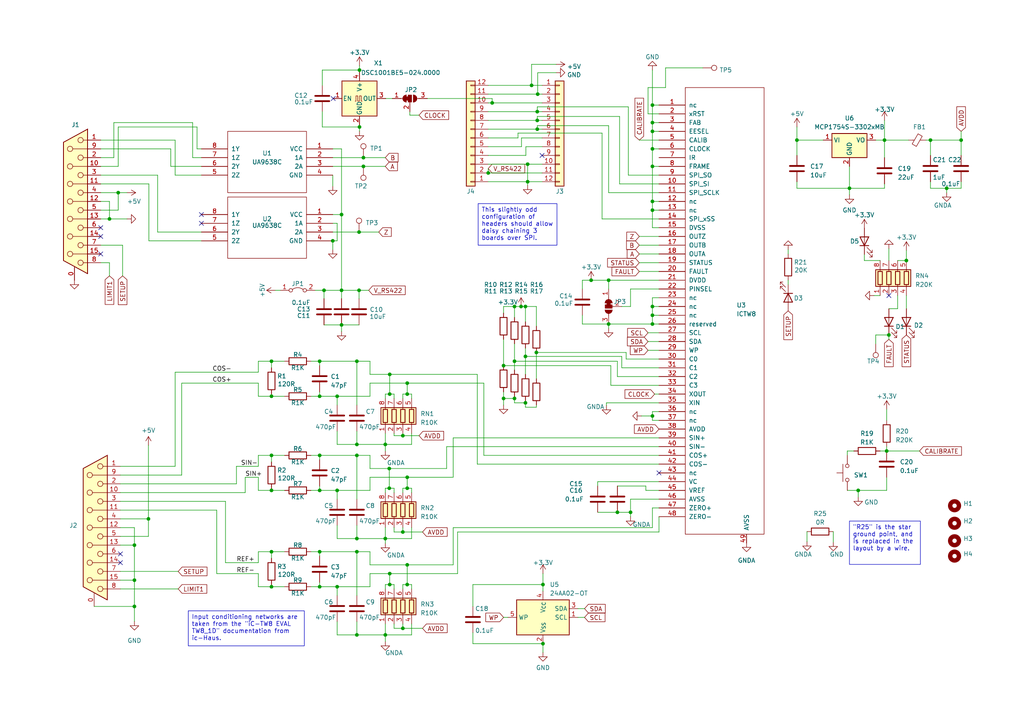
<source format=kicad_sch>
(kicad_sch (version 20250114) (generator "eeschema") (generator_version "9.0")
  (paper "A4")
  (title_block (title "ic-TW8 Interpolator Breakout") (rev "2") (company "Sorensen Heavy Industries"))
  (text_box "\"R25\" is the star ground point, and is replaced in the layout by a wire." (at 246.38 151.13 0) (size 20.574 12.573) (margins 0.9525 0.9525 0.9525 0.9525) (effects (font (size 1.27 1.27)) (justify left top)))
  (text_box "Input conditioning networks are taken from the \"iC-TW8 EVAL TW8_1D\" documentation from ic-Haus." (at 54.61 177.165 0) (size 33.655 10.16) (margins 0.9525 0.9525 0.9525 0.9525) (effects (font (size 1.27 1.27)) (justify left top)))
  (text_box "This slightly odd configuration of headers should allow daisy chaining 3 boards over SPI." (at 138.684 59.055 0) (size 22.86 12.065) (margins 0.9525 0.9525 0.9525 0.9525) (effects (font (size 1.27 1.27)) (justify left top)))
  (junction (at 141.605 50.165))
  (junction (at 93.98 84.201))
  (junction (at 142.748 29.845))
  (junction (at 112.903 141.605))
  (junction (at 257.81 97.155))
  (junction (at 154.178 24.765))
  (junction (at 149.225 104.775))
  (junction (at 104.267 36.83))
  (junction (at 278.765 40.64))
  (junction (at 157.48 169.545))
  (junction (at 151.13 88.9))
  (junction (at 248.92 142.24))
  (junction (at 38.989 168.275))
  (junction (at 189.23 35.56))
  (junction (at 78.74 132.08))
  (junction (at 269.875 40.64))
  (junction (at 118.11 114.3))
  (junction (at 113.03 169.545))
  (junction (at 153.035 47.625))
  (junction (at 116.84 154.305))
  (junction (at 112.903 135.89))
  (junction (at 78.74 160.02))
  (junction (at 182.88 148.59))
  (junction (at 149.225 88.9))
  (junction (at 155.575 102.235))
  (junction (at 78.74 142.24))
  (junction (at 118.11 163.83))
  (junction (at 105.41 48.26))
  (junction (at 111.76 156.21))
  (junction (at 113.03 166.37))
  (junction (at 104.14 84.201))
  (junction (at 157.48 186.69))
  (junction (at 256.54 40.64))
  (junction (at 155.829 37.465))
  (junction (at 111.76 128.905))
  (junction (at 152.4 103.378))
  (junction (at 231.14 40.64))
  (junction (at 176.53 81.28))
  (junction (at 104.14 67.31))
  (junction (at 189.23 48.26))
  (junction (at 146.05 106.045))
  (junction (at 118.11 141.605))
  (junction (at 155.829 34.925))
  (junction (at 92.71 104.775))
  (junction (at 179.07 148.59))
  (junction (at 92.71 170.18))
  (junction (at 149.225 115.57))
  (junction (at 111.76 184.15))
  (junction (at 189.23 30.48))
  (junction (at 155.829 32.385))
  (junction (at 38.989 158.115))
  (junction (at 99.06 94.234))
  (junction (at 103.505 104.775))
  (junction (at 116.84 126.365))
  (junction (at 262.89 75.565))
  (junction (at 34.29 55.88))
  (junction (at 104.267 20.32))
  (junction (at 103.505 156.21))
  (junction (at 246.38 54.61))
  (junction (at 78.74 104.775))
  (junction (at 152.4 116.84))
  (junction (at 31.75 63.5))
  (junction (at 78.74 114.935))
  (junction (at 92.71 142.24))
  (junction (at 92.71 114.935))
  (junction (at 155.956 27.305))
  (junction (at 189.23 88.9))
  (junction (at 146.05 115.57))
  (junction (at 38.989 175.895))
  (junction (at 105.41 45.72))
  (junction (at 78.74 170.18))
  (junction (at 116.84 182.245))
  (junction (at 274.574 54.61))
  (junction (at 103.505 128.905))
  (junction (at 97.79 142.24))
  (junction (at 99.06 62.23))
  (junction (at 189.23 91.44))
  (junction (at 257.175 130.81))
  (junction (at 99.06 84.201))
  (junction (at 171.45 81.28))
  (junction (at 189.23 93.98))
  (junction (at 103.505 184.15))
  (junction (at 189.23 120.65))
  (junction (at 92.71 132.08))
  (junction (at 176.53 93.98))
  (junction (at 118.11 111.125))
  (junction (at 152.4 88.9))
  (junction (at 189.23 60.96))
  (junction (at 103.505 132.08))
  (junction (at 43.053 150.495))
  (junction (at 97.79 114.935))
  (junction (at 96.52 69.85))
  (junction (at 118.11 169.545))
  (junction (at 113.03 114.3))
  (junction (at 189.23 58.42))
  (junction (at 189.23 38.1))
  (junction (at 92.71 160.02))
  (junction (at 118.11 138.43))
  (junction (at 153.035 52.705))
  (junction (at 189.23 43.18))
  (junction (at 97.79 170.18))
  (junction (at 103.505 160.02))
  (junction (at 113.03 108.585))
  (no_connect (at 29.21 68.58))
  (no_connect (at 257.81 85.725))
  (no_connect (at 34.925 160.655))
  (no_connect (at 58.42 64.77))
  (no_connect (at 58.42 62.23))
  (no_connect (at 29.21 73.66))
  (no_connect (at 157.226 45.085))
  (no_connect (at 96.647 28.575))
  (no_connect (at 29.21 66.04))
  (no_connect (at 191.135 137.16))
  (no_connect (at 34.925 163.195))
  (wire (pts (xy 49.53 48.26) (xy 49.53 43.18)))
  (wire (pts (xy 111.76 115.57) (xy 111.76 114.3)))
  (wire (pts (xy 104.267 36.83) (xy 104.267 38.1)))
  (wire (pts (xy 78.74 170.18) (xy 74.93 170.18)))
  (wire (pts (xy 97.79 180.34) (xy 97.79 184.15)))
  (wire (pts (xy 78.74 106.68) (xy 78.74 104.775)))
  (wire (pts (xy 116.84 141.605) (xy 118.11 141.605)))
  (wire (pts (xy 152.4 103.378) (xy 180.34 103.378)))
  (wire (pts (xy 78.74 104.775) (xy 82.55 104.775)))
  (wire (pts (xy 92.71 170.18) (xy 97.79 170.18)))
  (wire (pts (xy 191.135 48.26) (xy 189.23 48.26)))
  (wire (pts (xy 187.96 33.02) (xy 191.135 33.02)))
  (wire (pts (xy 114.3 126.365) (xy 114.3 125.73)))
  (wire (pts (xy 137.16 175.895) (xy 137.16 169.545)))
  (wire (pts (xy 78.74 160.02) (xy 74.93 160.02)))
  (wire (pts (xy 274.574 54.61) (xy 269.875 54.61)))
  (wire (pts (xy 34.925 137.795) (xy 52.705 137.795)))
  (wire (pts (xy 74.93 132.08) (xy 74.93 135.255)))
  (wire (pts (xy 99.06 84.201) (xy 99.06 86.614)))
  (wire (pts (xy 260.35 85.725) (xy 260.35 89.535)))
  (wire (pts (xy 182.88 149.86) (xy 182.88 148.59)))
  (wire (pts (xy 31.75 63.5) (xy 36.83 63.5)))
  (wire (pts (xy 103.505 132.08) (xy 107.315 132.08)))
  (wire (pts (xy 34.925 145.415) (xy 65.405 145.415)))
  (wire (pts (xy 92.71 142.24) (xy 92.71 140.97)))
  (wire (pts (xy 149.225 115.57) (xy 149.225 114.935)))
  (wire (pts (xy 154.178 24.765) (xy 157.226 24.765)))
  (wire (pts (xy 182.245 30.988) (xy 155.829 30.988)))
  (wire (pts (xy 92.71 142.24) (xy 97.79 142.24)))
  (wire (pts (xy 152.4 100.965) (xy 152.4 103.378)))
  (wire (pts (xy 149.225 104.775) (xy 149.225 107.315)))
  (wire (pts (xy 43.18 53.34) (xy 29.21 53.34)))
  (wire (pts (xy 107.315 111.125) (xy 118.11 111.125)))
  (wire (pts (xy 175.895 116.84) (xy 175.895 117.602)))
  (wire (pts (xy 90.17 142.24) (xy 92.71 142.24)))
  (wire (pts (xy 92.71 170.18) (xy 92.71 168.91)))
  (wire (pts (xy 155.829 33.782) (xy 155.829 34.925)))
  (wire (pts (xy 123.952 28.575) (xy 142.748 28.575)))
  (wire (pts (xy 78.74 133.985) (xy 78.74 132.08)))
  (wire (pts (xy 179.705 33.782) (xy 155.829 33.782)))
  (wire (pts (xy 122.555 154.305) (xy 116.84 154.305)))
  (wire (pts (xy 155.956 21.082) (xy 161.29 21.082)))
  (wire (pts (xy 116.84 153.035) (xy 116.84 154.305)))
  (wire (pts (xy 118.11 138.43) (xy 118.11 141.605)))
  (wire (pts (xy 157.48 169.545) (xy 157.48 171.45)))
  (wire (pts (xy 173.355 148.59) (xy 179.07 148.59)))
  (wire (pts (xy 112.903 135.89) (xy 129.54 135.89)))
  (wire (pts (xy 155.575 102.235) (xy 155.575 109.855)))
  (wire (pts (xy 111.76 153.035) (xy 111.76 156.21)))
  (wire (pts (xy 118.11 114.3) (xy 119.38 114.3)))
  (wire (pts (xy 107.315 108.585) (xy 113.03 108.585)))
  (wire (pts (xy 189.23 66.04) (xy 189.23 60.96)))
  (wire (pts (xy 111.76 142.875) (xy 111.76 141.605)))
  (wire (pts (xy 247.65 130.81) (xy 245.745 130.81)))
  (wire (pts (xy 157.48 166.37) (xy 157.48 169.545)))
  (wire (pts (xy 78.74 160.02) (xy 82.55 160.02)))
  (wire (pts (xy 97.79 142.24) (xy 107.315 142.24)))
  (wire (pts (xy 155.575 94.615) (xy 155.575 88.9)))
  (wire (pts (xy 141.605 27.305) (xy 155.956 27.305)))
  (wire (pts (xy 111.76 180.975) (xy 111.76 184.15)))
  (wire (pts (xy 103.505 128.905) (xy 111.76 128.905)))
  (wire (pts (xy 191.135 121.92) (xy 189.23 121.92)))
  (wire (pts (xy 149.225 116.84) (xy 149.225 115.57)))
  (wire (pts (xy 65.405 145.415) (xy 65.405 163.195)))
  (wire (pts (xy 189.23 88.9) (xy 191.135 88.9)))
  (wire (pts (xy 114.3 169.545) (xy 114.3 170.815)))
  (wire (pts (xy 103.505 184.15) (xy 111.76 184.15)))
  (wire (pts (xy 131.445 153.035) (xy 189.23 153.035)))
  (wire (pts (xy 96.52 43.18) (xy 99.06 43.18)))
  (wire (pts (xy 99.06 43.18) (xy 99.06 62.23)))
  (wire (pts (xy 103.505 132.08) (xy 103.505 144.78)))
  (wire (pts (xy 177.165 106.045) (xy 177.165 111.76)))
  (wire (pts (xy 191.135 66.04) (xy 189.23 66.04)))
  (wire (pts (xy 189.23 153.035) (xy 189.23 147.32)))
  (wire (pts (xy 118.11 111.125) (xy 140.335 111.125)))
  (wire (pts (xy 191.135 81.28) (xy 176.53 81.28)))
  (wire (pts (xy 257.175 129.54) (xy 257.175 130.81)))
  (wire (pts (xy 203.835 19.685) (xy 193.04 19.685)))
  (wire (pts (xy 34.925 158.115) (xy 38.989 158.115)))
  (wire (pts (xy 132.715 166.37) (xy 132.715 154.305)))
  (wire (pts (xy 191.135 38.1) (xy 189.23 38.1)))
  (wire (pts (xy 58.42 69.85) (xy 43.18 69.85)))
  (wire (pts (xy 191.135 93.98) (xy 189.23 93.98)))
  (wire (pts (xy 253.492 85.725) (xy 255.27 85.725)))
  (wire (pts (xy 57.15 36.83) (xy 34.29 36.83)))
  (wire (pts (xy 153.035 52.705) (xy 153.035 53.721)))
  (wire (pts (xy 155.829 36.449) (xy 155.829 37.465)))
  (wire (pts (xy 141.605 52.705) (xy 153.035 52.705)))
  (wire (pts (xy 260.35 89.535) (xy 257.81 89.535)))
  (wire (pts (xy 97.79 114.935) (xy 97.79 117.475)))
  (wire (pts (xy 262.89 72.644) (xy 262.89 75.565)))
  (wire (pts (xy 179.07 109.22) (xy 191.135 109.22)))
  (wire (pts (xy 152.527 42.545) (xy 157.226 42.545)))
  (wire (pts (xy 141.605 29.845) (xy 142.748 29.845)))
  (wire (pts (xy 27.305 175.895) (xy 38.989 175.895)))
  (wire (pts (xy 278.765 54.61) (xy 274.574 54.61)))
  (wire (pts (xy 91.44 84.201) (xy 93.98 84.201)))
  (wire (pts (xy 78.74 114.3) (xy 78.74 114.935)))
  (wire (pts (xy 93.98 94.234) (xy 99.06 94.234)))
  (wire (pts (xy 104.14 84.201) (xy 106.934 84.201)))
  (wire (pts (xy 99.06 62.23) (xy 96.52 62.23)))
  (wire (pts (xy 113.03 166.37) (xy 132.715 166.37)))
  (wire (pts (xy 254 99.695) (xy 254 97.155)))
  (wire (pts (xy 107.315 163.83) (xy 118.11 163.83)))
  (wire (pts (xy 38.989 153.035) (xy 38.989 158.115)))
  (wire (pts (xy 93.472 20.32) (xy 104.267 20.32)))
  (wire (pts (xy 38.989 175.895) (xy 38.989 180.213)))
  (wire (pts (xy 176.53 81.28) (xy 176.53 83.82)))
  (wire (pts (xy 55.88 45.72) (xy 58.42 45.72)))
  (wire (pts (xy 155.575 102.235) (xy 181.61 102.235)))
  (wire (pts (xy 182.88 144.78) (xy 182.88 148.59)))
  (wire (pts (xy 269.875 40.64) (xy 278.765 40.64)))
  (wire (pts (xy 228.6 72.39) (xy 228.6 73.66)))
  (wire (pts (xy 97.79 125.095) (xy 97.79 128.905)))
  (wire (pts (xy 38.989 158.115) (xy 38.989 168.275)))
  (wire (pts (xy 257.81 72.136) (xy 257.81 75.565)))
  (wire (pts (xy 189.865 114.3) (xy 191.135 114.3)))
  (wire (pts (xy 103.505 180.34) (xy 103.505 184.15)))
  (wire (pts (xy 118.872 33.401) (xy 121.539 33.401)))
  (wire (pts (xy 92.71 132.08) (xy 92.71 133.35)))
  (wire (pts (xy 105.41 45.72) (xy 111.76 45.72)))
  (wire (pts (xy 118.11 169.545) (xy 119.38 169.545)))
  (wire (pts (xy 189.23 38.1) (xy 189.23 35.56)))
  (wire (pts (xy 132.715 154.305) (xy 191.135 154.305)))
  (wire (pts (xy 254 40.64) (xy 256.54 40.64)))
  (wire (pts (xy 57.15 43.18) (xy 57.15 36.83)))
  (wire (pts (xy 149.225 104.775) (xy 179.07 104.775)))
  (wire (pts (xy 90.17 170.18) (xy 92.71 170.18)))
  (wire (pts (xy 119.38 169.545) (xy 119.38 170.815)))
  (wire (pts (xy 90.17 114.935) (xy 92.71 114.935)))
  (wire (pts (xy 245.745 130.81) (xy 245.745 132.08)))
  (wire (pts (xy 34.29 36.83) (xy 34.29 48.26)))
  (wire (pts (xy 112.903 135.89) (xy 112.903 141.605)))
  (wire (pts (xy 74.93 104.775) (xy 74.93 107.95)))
  (wire (pts (xy 97.79 64.77) (xy 97.79 69.85)))
  (wire (pts (xy 78.74 114.935) (xy 74.93 114.935)))
  (wire (pts (xy 43.18 53.34) (xy 43.18 69.85)))
  (wire (pts (xy 93.472 24.765) (xy 93.472 20.32)))
  (wire (pts (xy 129.54 135.89) (xy 129.54 129.54)))
  (wire (pts (xy 149.225 99.695) (xy 149.225 104.775)))
  (wire (pts (xy 103.505 160.02) (xy 107.315 160.02)))
  (wire (pts (xy 103.505 152.4) (xy 103.505 156.21)))
  (wire (pts (xy 187.325 140.97) (xy 179.07 140.97)))
  (wire (pts (xy 114.3 154.305) (xy 114.3 153.035)))
  (wire (pts (xy 231.14 45.085) (xy 231.14 40.64)))
  (wire (pts (xy 92.71 104.775) (xy 92.71 106.045)))
  (wire (pts (xy 157.48 186.69) (xy 137.16 186.69)))
  (wire (pts (xy 245.745 142.24) (xy 248.92 142.24)))
  (wire (pts (xy 189.23 43.18) (xy 189.23 38.1)))
  (wire (pts (xy 189.23 91.44) (xy 191.135 91.44)))
  (wire (pts (xy 142.748 28.575) (xy 142.748 29.845)))
  (wire (pts (xy 116.84 170.815) (xy 116.84 169.545)))
  (wire (pts (xy 79.883 84.201) (xy 81.28 84.201)))
  (wire (pts (xy 96.52 69.85) (xy 97.79 69.85)))
  (wire (pts (xy 116.84 154.305) (xy 114.3 154.305)))
  (wire (pts (xy 74.93 170.18) (xy 74.93 166.37)))
  (wire (pts (xy 78.74 169.545) (xy 78.74 170.18)))
  (wire (pts (xy 182.88 88.9) (xy 182.88 83.82)))
  (wire (pts (xy 58.42 50.8) (xy 50.8 50.8)))
  (wire (pts (xy 131.445 127) (xy 191.135 127)))
  (wire (pts (xy 97.79 156.21) (xy 103.505 156.21)))
  (wire (pts (xy 104.14 84.201) (xy 104.14 86.614)))
  (wire (pts (xy 118.11 163.83) (xy 118.11 169.545)))
  (wire (pts (xy 151.257 42.545) (xy 151.257 40.005)))
  (wire (pts (xy 167.64 179.07) (xy 169.545 179.07)))
  (wire (pts (xy 34.925 150.495) (xy 43.053 150.495)))
  (wire (pts (xy 34.925 142.875) (xy 71.12 142.875)))
  (wire (pts (xy 97.79 170.18) (xy 97.79 172.72)))
  (wire (pts (xy 33.02 45.72) (xy 33.02 35.56)))
  (wire (pts (xy 153.035 52.705) (xy 157.226 52.705)))
  (wire (pts (xy 234.061 154.178) (xy 234.061 157.099)))
  (wire (pts (xy 168.91 93.98) (xy 176.53 93.98)))
  (wire (pts (xy 174.625 63.5) (xy 191.135 63.5)))
  (wire (pts (xy 191.135 60.96) (xy 189.23 60.96)))
  (wire (pts (xy 107.315 170.18) (xy 107.315 166.37)))
  (wire (pts (xy 189.23 58.42) (xy 191.135 58.42)))
  (wire (pts (xy 176.53 93.98) (xy 176.53 95.25)))
  (wire (pts (xy 112.903 141.605) (xy 114.3 141.605)))
  (wire (pts (xy 142.748 29.845) (xy 157.226 29.845)))
  (wire (pts (xy 43.053 129.159) (xy 43.053 150.495)))
  (wire (pts (xy 50.8 107.95) (xy 50.8 135.255)))
  (wire (pts (xy 154.178 18.669) (xy 161.29 18.669)))
  (wire (pts (xy 97.79 128.905) (xy 103.505 128.905)))
  (wire (pts (xy 141.605 32.385) (xy 155.829 32.385)))
  (wire (pts (xy 116.84 180.975) (xy 116.84 182.245)))
  (wire (pts (xy 153.035 47.625) (xy 157.226 47.625)))
  (wire (pts (xy 176.53 36.449) (xy 176.53 55.88)))
  (wire (pts (xy 96.52 64.77) (xy 97.79 64.77)))
  (wire (pts (xy 187.96 25.4) (xy 187.96 33.02)))
  (wire (pts (xy 187.96 101.6) (xy 191.135 101.6)))
  (wire (pts (xy 149.225 115.57) (xy 146.05 115.57)))
  (wire (pts (xy 228.6 81.28) (xy 228.6 82.55)))
  (wire (pts (xy 34.925 165.735) (xy 51.689 165.735)))
  (wire (pts (xy 111.76 184.15) (xy 111.76 186.055)))
  (wire (pts (xy 154.178 24.765) (xy 154.178 18.669)))
  (wire (pts (xy 74.93 160.02) (xy 74.93 163.195)))
  (wire (pts (xy 246.38 54.61) (xy 246.38 56.515)))
  (wire (pts (xy 268.605 40.64) (xy 269.875 40.64)))
  (wire (pts (xy 103.505 104.775) (xy 107.315 104.775)))
  (wire (pts (xy 152.4 118.11) (xy 152.4 116.84)))
  (wire (pts (xy 71.12 142.875) (xy 71.12 138.43)))
  (wire (pts (xy 152.4 103.378) (xy 152.4 108.585)))
  (wire (pts (xy 119.38 184.15) (xy 119.38 180.975)))
  (wire (pts (xy 185.42 78.74) (xy 191.135 78.74)))
  (wire (pts (xy 191.135 142.24) (xy 187.325 142.24)))
  (wire (pts (xy 92.71 114.935) (xy 92.71 113.665)))
  (wire (pts (xy 113.03 166.37) (xy 113.03 169.545)))
  (wire (pts (xy 256.54 40.64) (xy 263.525 40.64)))
  (wire (pts (xy 260.35 75.565) (xy 262.89 75.565)))
  (wire (pts (xy 189.23 88.9) (xy 189.23 86.36)))
  (wire (pts (xy 78.74 132.08) (xy 82.55 132.08)))
  (wire (pts (xy 141.605 50.165) (xy 141.605 48.895)))
  (wire (pts (xy 185.42 40.64) (xy 191.135 40.64)))
  (wire (pts (xy 50.8 40.64) (xy 29.21 40.64)))
  (wire (pts (xy 257.175 118.745) (xy 257.175 121.92)))
  (wire (pts (xy 116.84 126.365) (xy 114.3 126.365)))
  (wire (pts (xy 191.135 43.18) (xy 189.23 43.18)))
  (wire (pts (xy 58.42 43.18) (xy 57.15 43.18)))
  (wire (pts (xy 29.21 43.18) (xy 49.53 43.18)))
  (wire (pts (xy 45.72 50.8) (xy 29.21 50.8)))
  (wire (pts (xy 52.705 111.125) (xy 74.93 111.125)))
  (wire (pts (xy 129.54 129.54) (xy 191.135 129.54)))
  (wire (pts (xy 191.135 139.7) (xy 173.355 139.7)))
  (wire (pts (xy 231.14 40.64) (xy 238.76 40.64)))
  (wire (pts (xy 155.956 27.305) (xy 155.956 21.082)))
  (wire (pts (xy 92.71 132.08) (xy 103.505 132.08)))
  (wire (pts (xy 50.8 107.95) (xy 74.93 107.95)))
  (wire (pts (xy 105.41 48.26) (xy 111.76 48.26)))
  (wire (pts (xy 35.56 71.12) (xy 35.56 80.01)))
  (wire (pts (xy 104.267 19.05) (xy 104.267 20.32)))
  (wire (pts (xy 179.705 33.782) (xy 179.705 53.34)))
  (wire (pts (xy 113.03 169.545) (xy 114.3 169.545)))
  (wire (pts (xy 189.23 58.42) (xy 189.23 48.26)))
  (wire (pts (xy 193.04 19.685) (xy 193.04 25.4)))
  (wire (pts (xy 155.829 34.925) (xy 157.226 34.925)))
  (wire (pts (xy 256.54 54.61) (xy 256.54 53.34)))
  (wire (pts (xy 141.605 24.765) (xy 154.178 24.765)))
  (wire (pts (xy 111.76 169.545) (xy 113.03 169.545)))
  (wire (pts (xy 29.21 45.72) (xy 33.02 45.72)))
  (wire (pts (xy 74.93 114.935) (xy 74.93 111.125)))
  (wire (pts (xy 182.88 148.59) (xy 179.07 148.59)))
  (wire (pts (xy 104.267 20.32) (xy 104.267 20.955)))
  (wire (pts (xy 152.4 116.84) (xy 149.225 116.84)))
  (wire (pts (xy 119.38 141.605) (xy 119.38 142.875)))
  (wire (pts (xy 250.698 73.787) (xy 250.698 75.565)))
  (wire (pts (xy 274.574 54.61) (xy 274.574 55.88)))
  (wire (pts (xy 107.315 142.24) (xy 107.315 138.43)))
  (wire (pts (xy 93.472 32.385) (xy 93.472 36.83)))
  (wire (pts (xy 68.58 135.255) (xy 74.93 135.255)))
  (wire (pts (xy 96.52 45.72) (xy 105.41 45.72)))
  (wire (pts (xy 177.165 111.76) (xy 191.135 111.76)))
  (wire (pts (xy 189.23 60.96) (xy 189.23 58.42)))
  (wire (pts (xy 187.96 99.06) (xy 191.135 99.06)))
  (wire (pts (xy 99.06 84.201) (xy 104.14 84.201)))
  (wire (pts (xy 185.42 76.2) (xy 191.135 76.2)))
  (wire (pts (xy 189.23 91.44) (xy 189.23 88.9)))
  (wire (pts (xy 34.925 168.275) (xy 38.989 168.275)))
  (wire (pts (xy 173.355 139.7) (xy 173.355 140.97)))
  (wire (pts (xy 189.23 147.32) (xy 191.135 147.32)))
  (wire (pts (xy 111.76 156.21) (xy 119.38 156.21)))
  (wire (pts (xy 149.225 88.9) (xy 149.225 92.075)))
  (wire (pts (xy 137.16 169.545) (xy 157.48 169.545)))
  (wire (pts (xy 34.29 60.96) (xy 29.21 60.96)))
  (wire (pts (xy 155.956 27.305) (xy 157.226 27.305)))
  (wire (pts (xy 78.74 142.24) (xy 82.55 142.24)))
  (wire (pts (xy 49.53 48.26) (xy 58.42 48.26)))
  (wire (pts (xy 29.21 71.12) (xy 35.56 71.12)))
  (wire (pts (xy 150.241 40.005) (xy 150.241 38.608)))
  (wire (pts (xy 168.91 81.28) (xy 168.91 83.82)))
  (wire (pts (xy 152.4 116.84) (xy 152.4 116.205)))
  (wire (pts (xy 29.21 55.88) (xy 34.29 55.88)))
  (wire (pts (xy 141.605 50.165) (xy 157.226 50.165)))
  (wire (pts (xy 262.89 85.725) (xy 262.89 89.535)))
  (wire (pts (xy 45.72 50.8) (xy 45.72 67.31)))
  (wire (pts (xy 131.445 163.83) (xy 131.445 153.035)))
  (wire (pts (xy 186.055 120.65) (xy 189.23 120.65)))
  (wire (pts (xy 116.84 114.3) (xy 118.11 114.3)))
  (wire (pts (xy 255.27 75.565) (xy 250.698 75.565)))
  (wire (pts (xy 118.11 111.125) (xy 118.11 114.3)))
  (wire (pts (xy 55.88 35.56) (xy 55.88 45.72)))
  (wire (pts (xy 255.27 130.81) (xy 257.175 130.81)))
  (wire (pts (xy 150.241 38.608) (xy 174.625 38.608)))
  (wire (pts (xy 257.81 97.155) (xy 257.81 98.425)))
  (wire (pts (xy 93.472 36.83) (xy 104.267 36.83)))
  (wire (pts (xy 99.06 94.234) (xy 99.06 96.139)))
  (wire (pts (xy 96.52 69.85) (xy 96.52 72.39)))
  (wire (pts (xy 171.45 81.28) (xy 168.91 81.28)))
  (wire (pts (xy 111.887 28.575) (xy 113.792 28.575)))
  (wire (pts (xy 122.555 182.245) (xy 116.84 182.245)))
  (wire (pts (xy 103.505 125.095) (xy 103.505 128.905)))
  (wire (pts (xy 175.895 116.84) (xy 191.135 116.84)))
  (wire (pts (xy 111.76 141.605) (xy 112.903 141.605)))
  (wire (pts (xy 248.92 142.24) (xy 257.175 142.24)))
  (wire (pts (xy 155.575 88.9) (xy 152.4 88.9)))
  (wire (pts (xy 111.76 128.905) (xy 111.76 130.81)))
  (wire (pts (xy 92.71 114.935) (xy 97.79 114.935)))
  (wire (pts (xy 29.21 76.2) (xy 31.75 76.2)))
  (wire (pts (xy 90.17 132.08) (xy 92.71 132.08)))
  (wire (pts (xy 256.54 34.925) (xy 256.54 40.64)))
  (wire (pts (xy 257.175 130.81) (xy 266.7 130.81)))
  (wire (pts (xy 119.38 125.73) (xy 119.38 128.905)))
  (wire (pts (xy 269.875 52.705) (xy 269.875 54.61)))
  (wire (pts (xy 246.38 48.26) (xy 246.38 54.61)))
  (wire (pts (xy 90.17 160.02) (xy 92.71 160.02)))
  (wire (pts (xy 119.38 128.905) (xy 111.76 128.905)))
  (wire (pts (xy 146.05 179.07) (xy 147.32 179.07)))
  (wire (pts (xy 131.445 138.43) (xy 131.445 127)))
  (wire (pts (xy 231.14 52.705) (xy 231.14 54.61)))
  (wire (pts (xy 176.53 36.449) (xy 155.829 36.449)))
  (wire (pts (xy 62.865 166.37) (xy 74.93 166.37)))
  (wire (pts (xy 152.527 45.085) (xy 152.527 42.545)))
  (wire (pts (xy 146.05 98.425) (xy 146.05 106.045)))
  (wire (pts (xy 52.705 111.125) (xy 52.705 137.795)))
  (wire (pts (xy 179.07 104.775) (xy 179.07 109.22)))
  (wire (pts (xy 179.705 53.34) (xy 191.135 53.34)))
  (wire (pts (xy 43.053 150.495) (xy 43.053 155.575)))
  (wire (pts (xy 141.605 45.085) (xy 152.527 45.085)))
  (wire (pts (xy 90.17 104.775) (xy 92.71 104.775)))
  (wire (pts (xy 116.84 182.245) (xy 114.3 182.245)))
  (wire (pts (xy 118.11 163.83) (xy 131.445 163.83)))
  (wire (pts (xy 33.02 35.56) (xy 55.88 35.56)))
  (wire (pts (xy 191.135 154.305) (xy 191.135 149.86)))
  (wire (pts (xy 171.45 81.28) (xy 176.53 81.28)))
  (wire (pts (xy 146.05 115.57) (xy 146.05 113.665)))
  (wire (pts (xy 191.135 144.78) (xy 182.88 144.78)))
  (wire (pts (xy 189.23 120.65) (xy 189.23 119.38)))
  (wire (pts (xy 146.05 88.9) (xy 149.225 88.9)))
  (wire (pts (xy 138.43 108.585) (xy 138.43 134.62)))
  (wire (pts (xy 141.605 47.625) (xy 153.035 47.625)))
  (wire (pts (xy 146.05 115.57) (xy 146.05 117.475)))
  (wire (pts (xy 153.035 47.625) (xy 153.035 52.705)))
  (wire (pts (xy 97.79 142.24) (xy 97.79 144.78)))
  (wire (pts (xy 140.335 111.125) (xy 140.335 132.08)))
  (wire (pts (xy 182.245 50.8) (xy 191.135 50.8)))
  (wire (pts (xy 34.925 147.955) (xy 62.865 147.955)))
  (wire (pts (xy 140.335 132.08) (xy 191.135 132.08)))
  (wire (pts (xy 176.53 55.88) (xy 191.135 55.88)))
  (wire (pts (xy 176.53 93.98) (xy 189.23 93.98)))
  (wire (pts (xy 107.315 166.37) (xy 113.03 166.37)))
  (wire (pts (xy 107.315 132.08) (xy 107.315 135.89)))
  (wire (pts (xy 92.71 160.02) (xy 92.71 161.29)))
  (wire (pts (xy 269.875 40.64) (xy 269.875 45.085)))
  (wire (pts (xy 141.605 40.005) (xy 150.241 40.005)))
  (wire (pts (xy 96.52 48.26) (xy 105.41 48.26)))
  (wire (pts (xy 114.3 182.245) (xy 114.3 180.975)))
  (wire (pts (xy 78.74 104.775) (xy 74.93 104.775)))
  (wire (pts (xy 92.71 104.775) (xy 103.505 104.775)))
  (wire (pts (xy 93.98 84.201) (xy 93.98 86.614)))
  (wire (pts (xy 185.42 73.66) (xy 191.135 73.66)))
  (wire (pts (xy 114.3 141.605) (xy 114.3 142.875)))
  (wire (pts (xy 278.765 40.64) (xy 278.765 45.085)))
  (wire (pts (xy 278.765 52.705) (xy 278.765 54.61)))
  (wire (pts (xy 174.625 38.608) (xy 174.625 63.5)))
  (wire (pts (xy 97.79 170.18) (xy 107.315 170.18)))
  (wire (pts (xy 231.14 54.61) (xy 246.38 54.61)))
  (wire (pts (xy 246.38 54.61) (xy 256.54 54.61)))
  (wire (pts (xy 107.315 104.775) (xy 107.315 108.585)))
  (wire (pts (xy 104.267 36.195) (xy 104.267 36.83)))
  (wire (pts (xy 182.245 30.988) (xy 182.245 50.8)))
  (wire (pts (xy 141.605 37.465) (xy 155.829 37.465)))
  (wire (pts (xy 111.76 114.3) (xy 113.03 114.3)))
  (wire (pts (xy 189.23 119.38) (xy 191.135 119.38)))
  (wire (pts (xy 182.88 83.82) (xy 191.135 83.82)))
  (wire (pts (xy 231.14 36.83) (xy 231.14 40.64)))
  (wire (pts (xy 118.872 32.385) (xy 118.872 33.401)))
  (wire (pts (xy 118.11 141.605) (xy 119.38 141.605)))
  (wire (pts (xy 116.84 142.875) (xy 116.84 141.605)))
  (wire (pts (xy 68.58 140.335) (xy 68.58 135.255)))
  (wire (pts (xy 62.865 147.955) (xy 62.865 166.37)))
  (wire (pts (xy 97.79 114.935) (xy 107.315 114.935)))
  (wire (pts (xy 34.29 55.88) (xy 34.29 60.96)))
  (wire (pts (xy 111.76 125.73) (xy 111.76 128.905)))
  (wire (pts (xy 78.74 142.24) (xy 74.93 142.24)))
  (wire (pts (xy 189.23 48.26) (xy 189.23 43.18)))
  (wire (pts (xy 31.75 63.5) (xy 29.21 63.5)))
  (wire (pts (xy 103.505 104.775) (xy 103.505 117.475)))
  (wire (pts (xy 248.92 142.24) (xy 248.92 144.145)))
  (wire (pts (xy 103.505 156.21) (xy 111.76 156.21)))
  (wire (pts (xy 181.61 102.235) (xy 181.61 104.14)))
  (wire (pts (xy 187.96 96.52) (xy 191.135 96.52)))
  (wire (pts (xy 146.05 106.045) (xy 177.165 106.045)))
  (wire (pts (xy 74.93 142.24) (xy 74.93 138.43)))
  (wire (pts (xy 93.98 84.201) (xy 99.06 84.201)))
  (wire (pts (xy 189.23 121.92) (xy 189.23 120.65)))
  (wire (pts (xy 34.925 135.255) (xy 50.8 135.255)))
  (wire (pts (xy 71.12 138.43) (xy 74.93 138.43)))
  (wire (pts (xy 155.829 30.988) (xy 155.829 32.385)))
  (wire (pts (xy 34.925 140.335) (xy 68.58 140.335)))
  (wire (pts (xy 113.03 108.585) (xy 113.03 114.3)))
  (wire (pts (xy 121.539 126.365) (xy 116.84 126.365)))
  (wire (pts (xy 111.76 156.21) (xy 111.76 157.607)))
  (wire (pts (xy 111.76 170.815) (xy 111.76 169.545)))
  (wire (pts (xy 180.34 88.9) (xy 182.88 88.9)))
  (wire (pts (xy 155.829 32.385) (xy 157.226 32.385)))
  (wire (pts (xy 189.23 35.56) (xy 189.23 30.48)))
  (wire (pts (xy 119.38 114.3) (xy 119.38 115.57)))
  (wire (pts (xy 187.325 142.24) (xy 187.325 140.97)))
  (wire (pts (xy 180.34 103.378) (xy 180.34 106.68)))
  (wire (pts (xy 141.605 34.925) (xy 155.829 34.925)))
  (wire (pts (xy 107.315 138.43) (xy 118.11 138.43)))
  (wire (pts (xy 114.3 114.3) (xy 114.3 115.57)))
  (wire (pts (xy 146.05 90.805) (xy 146.05 88.9)))
  (wire (pts (xy 111.76 184.15) (xy 119.38 184.15)))
  (wire (pts (xy 155.575 118.11) (xy 152.4 118.11)))
  (wire (pts (xy 241.681 154.178) (xy 241.681 157.226)))
  (wire (pts (xy 254 97.155) (xy 257.81 97.155)))
  (wire (pts (xy 50.8 50.8) (xy 50.8 40.64)))
  (wire (pts (xy 38.989 168.275) (xy 38.989 175.895)))
  (wire (pts (xy 78.74 141.605) (xy 78.74 142.24)))
  (wire (pts (xy 141.605 42.545) (xy 151.257 42.545)))
  (wire (pts (xy 104.14 67.31) (xy 109.855 67.31)))
  (wire (pts (xy 189.23 30.48) (xy 189.23 20.32)))
  (wire (pts (xy 116.84 169.545) (xy 118.11 169.545)))
  (wire (pts (xy 119.38 156.21) (xy 119.38 153.035)))
  (wire (pts (xy 78.74 170.18) (xy 82.55 170.18)))
  (wire (pts (xy 185.42 71.12) (xy 191.135 71.12)))
  (wire (pts (xy 34.29 55.88) (xy 36.83 55.88)))
  (wire (pts (xy 256.54 40.64) (xy 256.54 45.72)))
  (wire (pts (xy 65.405 163.195) (xy 74.93 163.195)))
  (wire (pts (xy 113.03 108.585) (xy 138.43 108.585)))
  (wire (pts (xy 191.135 35.56) (xy 189.23 35.56)))
  (wire (pts (xy 97.79 152.4) (xy 97.79 156.21)))
  (wire (pts (xy 103.505 160.02) (xy 103.505 172.72)))
  (wire (pts (xy 191.135 30.48) (xy 189.23 30.48)))
  (wire (pts (xy 99.06 62.23) (xy 99.06 84.201)))
  (wire (pts (xy 151.257 40.005) (xy 157.226 40.005)))
  (wire (pts (xy 97.79 184.15) (xy 103.505 184.15)))
  (wire (pts (xy 180.34 106.68) (xy 191.135 106.68)))
  (wire (pts (xy 278.765 40.64) (xy 278.765 38.1)))
  (wire (pts (xy 43.053 155.575) (xy 34.925 155.575)))
  (wire (pts (xy 31.75 58.42) (xy 31.75 63.5)))
  (wire (pts (xy 113.03 114.3) (xy 114.3 114.3)))
  (wire (pts (xy 116.84 115.57) (xy 116.84 114.3)))
  (wire (pts (xy 152.4 93.345) (xy 152.4 88.9)))
  (wire (pts (xy 257.175 142.24) (xy 257.175 138.43)))
  (wire (pts (xy 99.06 94.234) (xy 104.14 94.234)))
  (wire (pts (xy 29.21 58.42) (xy 31.75 58.42)))
  (wire (pts (xy 181.61 104.14) (xy 191.135 104.14)))
  (wire (pts (xy 137.16 186.69) (xy 137.16 183.515)))
  (wire (pts (xy 118.11 138.43) (xy 131.445 138.43)))
  (wire (pts (xy 116.84 126.365) (xy 116.84 125.73)))
  (wire (pts (xy 193.04 25.4) (xy 187.96 25.4)))
  (wire (pts (xy 167.64 176.53) (xy 169.545 176.53)))
  (wire (pts (xy 58.42 67.31) (xy 45.72 67.31)))
  (wire (pts (xy 34.925 153.035) (xy 38.989 153.035)))
  (wire (pts (xy 152.4 88.9) (xy 151.13 88.9)))
  (wire (pts (xy 189.23 93.98) (xy 189.23 91.44)))
  (wire (pts (xy 155.829 37.465) (xy 157.226 37.465)))
  (wire (pts (xy 96.52 67.31) (xy 104.14 67.31)))
  (wire (pts (xy 189.23 86.36) (xy 191.135 86.36)))
  (wire (pts (xy 107.315 160.02) (xy 107.315 163.83)))
  (wire (pts (xy 138.43 134.62) (xy 191.135 134.62)))
  (wire (pts (xy 107.315 135.89) (xy 112.903 135.89)))
  (wire (pts (xy 78.74 161.925) (xy 78.74 160.02)))
  (wire (pts (xy 168.91 91.44) (xy 168.91 93.98)))
  (wire (pts (xy 185.42 68.58) (xy 191.135 68.58)))
  (wire (pts (xy 92.71 160.02) (xy 103.505 160.02)))
  (wire (pts (xy 78.74 114.935) (xy 82.55 114.935)))
  (wire (pts (xy 29.21 48.26) (xy 34.29 48.26)))
  (wire (pts (xy 149.225 88.9) (xy 151.13 88.9)))
  (wire (pts (xy 96.52 50.8) (xy 96.52 53.975)))
  (wire (pts (xy 155.575 117.475) (xy 155.575 118.11)))
  (wire (pts (xy 107.315 114.935) (xy 107.315 111.125)))
  (wire (pts (xy 157.48 186.69) (xy 157.48 189.23)))
  (wire (pts (xy 78.74 132.08) (xy 74.93 132.08)))
  (wire (pts (xy 34.925 170.815) (xy 51.689 170.815)))
  (wire (pts (xy 31.75 76.2) (xy 31.75 80.01)))
  (label "COS-" (at 61.595 107.95 0))
  (label "REF+" (at 68.58 163.195 0))
  (label "REF-" (at 68.58 166.37 0))
  (label "SIN-" (at 69.85 135.255 0))
  (label "SIN+" (at 71.12 138.43 0))
  (label "COS+" (at 61.595 111.125 0))
  (global_label "SDA" (shape input) (at 187.96 99.06 180) (property "Intersheetrefs" "${INTERSHEET_REFS}" (effects (hide yes))))
  (global_label "V_RS422" (shape input) (at 141.605 48.895 0) (property "Intersheetrefs" "${INTERSHEET_REFS}" (effects (hide yes))))
  (global_label "STATUS" (shape input) (at 185.42 76.2 180) (property "Intersheetrefs" "${INTERSHEET_REFS}" (effects (hide yes))))
  (global_label "LIMIT1" (shape input) (at 51.689 170.815 0) (property "Intersheetrefs" "${INTERSHEET_REFS}" (effects (hide yes))))
  (global_label "SDA" (shape input) (at 169.545 176.53 0) (property "Intersheetrefs" "${INTERSHEET_REFS}" (effects (hide yes))))
  (global_label "FAULT" (shape input) (at 185.42 78.74 180) (property "Intersheetrefs" "${INTERSHEET_REFS}" (effects (hide yes))))
  (global_label "LIMIT1" (shape input) (at 31.75 80.01 270) (property "Intersheetrefs" "${INTERSHEET_REFS}" (effects (hide yes))))
  (global_label "CLOCK" (shape input) (at 121.539 33.401 0) (property "Intersheetrefs" "${INTERSHEET_REFS}" (effects (hide yes))))
  (global_label "SCL" (shape input) (at 169.545 179.07 0) (property "Intersheetrefs" "${INTERSHEET_REFS}" (effects (hide yes))))
  (global_label "A" (shape input) (at 185.42 73.66 180) (property "Intersheetrefs" "${INTERSHEET_REFS}" (effects (hide yes))))
  (global_label "B" (shape input) (at 185.42 71.12 180) (property "Intersheetrefs" "${INTERSHEET_REFS}" (effects (hide yes))))
  (global_label "SETUP" (shape input) (at 228.6 90.17 270) (property "Intersheetrefs" "${INTERSHEET_REFS}" (effects (hide yes))))
  (global_label "B" (shape input) (at 111.76 45.72 0) (property "Intersheetrefs" "${INTERSHEET_REFS}" (effects (hide yes))))
  (global_label "WP" (shape input) (at 187.96 101.6 180) (property "Intersheetrefs" "${INTERSHEET_REFS}" (effects (hide yes))))
  (global_label "CALIBRATE" (shape input) (at 266.7 130.81 0) (property "Intersheetrefs" "${INTERSHEET_REFS}" (effects (hide yes))))
  (global_label "STATUS" (shape input) (at 262.89 97.155 270) (property "Intersheetrefs" "${INTERSHEET_REFS}" (effects (hide yes))))
  (global_label "AVDD" (shape input) (at 122.555 182.245 0) (property "Intersheetrefs" "${INTERSHEET_REFS}" (effects (hide yes))))
  (global_label "CALIBRATE" (shape input) (at 185.42 40.64 90) (property "Intersheetrefs" "${INTERSHEET_REFS}" (effects (hide yes))))
  (global_label "WP" (shape input) (at 146.05 179.07 180) (property "Intersheetrefs" "${INTERSHEET_REFS}" (effects (hide yes))))
  (global_label "Z" (shape input) (at 109.855 67.31 0) (property "Intersheetrefs" "${INTERSHEET_REFS}" (effects (hide yes))))
  (global_label "Z" (shape input) (at 185.42 68.58 180) (property "Intersheetrefs" "${INTERSHEET_REFS}" (effects (hide yes))))
  (global_label "AVDD" (shape input) (at 191.135 124.46 180) (property "Intersheetrefs" "${INTERSHEET_REFS}" (effects (hide yes))))
  (global_label "AVDD" (shape input) (at 121.539 126.365 0) (property "Intersheetrefs" "${INTERSHEET_REFS}" (effects (hide yes))))
  (global_label "AVDD" (shape input) (at 278.765 38.1 90) (property "Intersheetrefs" "${INTERSHEET_REFS}" (effects (hide yes))))
  (global_label "FAULT" (shape input) (at 257.81 98.425 270) (property "Intersheetrefs" "${INTERSHEET_REFS}" (effects (hide yes))))
  (global_label "SCL" (shape input) (at 187.96 96.52 180) (property "Intersheetrefs" "${INTERSHEET_REFS}" (effects (hide yes))))
  (global_label "SETUP" (shape input) (at 35.56 80.01 270) (property "Intersheetrefs" "${INTERSHEET_REFS}" (effects (hide yes))))
  (global_label "AVDD" (shape input) (at 122.555 154.305 0) (property "Intersheetrefs" "${INTERSHEET_REFS}" (effects (hide yes))))
  (global_label "CLOCK" (shape input) (at 189.865 114.3 180) (property "Intersheetrefs" "${INTERSHEET_REFS}" (effects (hide yes))))
  (global_label "A" (shape input) (at 111.76 48.26 0) (property "Intersheetrefs" "${INTERSHEET_REFS}" (effects (hide yes))))
  (global_label "SETUP" (shape input) (at 51.689 165.735 0) (property "Intersheetrefs" "${INTERSHEET_REFS}" (effects (hide yes))))
  (global_label "V_RS422" (shape input) (at 106.934 84.201 0) (property "Intersheetrefs" "${INTERSHEET_REFS}" (effects (hide yes))))
  (symbol (lib_id "encoder-interpolator:R") (at 86.36 170.18 90) (unit 1)
    (property "Reference" "R9" (at 86.36 168.275 90))
    (property "Value" "R1K" (at 86.36 172.085 90))
    (property "Footprint" "encoder-interpolator:R_0603_1608Metric" (effects (hide yes)))
  )
  (symbol (lib_id "power:GND") (at 104.267 38.1 0) (unit 1)
    (property "Reference" "#PWR014" (effects (hide yes)))
    (property "Value" "GND" (effects (hide yes)))
  )
  (symbol (lib_id "encoder-interpolator:UA9638C") (at 77.47 66.04 0) (mirror y) (unit 1)
    (property "Reference" "U2" (at 77.47 63.5 0))
    (property "Value" "UA9638C" (at 77.47 65.405 0))
    (property "Footprint" "encoder-interpolator:SOIC-8_3.9x4.9mm_P1.27mm" (effects (hide yes)))
    (property "Datasheet" "DOCUMENTATION" (effects (hide yes)))
  )
  (symbol (lib_id "power:GND") (at 146.05 117.475 0) (unit 1)
    (property "Reference" "#PWR015" (effects (hide yes)))
    (property "Value" "GND" (effects (hide yes)))
  )
  (symbol (lib_id "encoder-interpolator:C") (at 168.91 87.63 0) (unit 1)
    (property "Reference" "C14" (at 162.179 85.852 0) (effects (justify left)))
    (property "Value" "0.1uF" (at 160.782 88.011 0) (effects (justify left)))
    (property "Footprint" "encoder-interpolator:C_0603_1608Metric" (effects (hide yes)))
  )
  (symbol (lib_id "encoder-interpolator:TestPoint") (at 203.835 19.685 270) (unit 1)
    (property "Reference" "TP5" (at 208.661 20.32 90) (effects (justify left)))
    (property "Value" "TestPoint" (effects (hide yes)))
    (property "Footprint" "encoder-interpolator:TestPoint_Pad_D1.0mm" (effects (hide yes)))
  )
  (symbol (lib_id "power:GND") (at 241.681 157.226 0) (unit 1)
    (property "Reference" "#PWR040" (effects (hide yes)))
    (property "Value" "GND" (at 242.697 160.782 0))
  )
  (symbol (lib_id "encoder-interpolator:LED") (at 257.81 93.345 90) (unit 1)
    (property "Reference" "D1" (at 259.715 94.742 90) (effects (justify right)))
    (property "Value" "LED" (effects (hide yes)))
    (property "Footprint" "encoder-interpolator:LED_0603_1608Metric_Pad1.05x0.95mm_HandSolder" (effects (hide yes)))
  )
  (symbol (lib_id "encoder-interpolator:ICTW8") (at 210.185 90.17 0) (unit 1)
    (property "Reference" "U3" (at 213.614 88.519 0) (effects (justify left)))
    (property "Value" "ICTW8" (at 213.614 91.059 0) (effects (justify left)))
    (property "Footprint" "encoder-interpolator:QFN-48-1EP_7x7mm_P0.5mm_EP5.45x5.45mm" (effects (hide yes)))
    (property "Datasheet" "DOCUMENTATION" (effects (hide yes)))
  )
  (symbol (lib_id "encoder-interpolator:C") (at 99.06 90.424 180) (unit 1)
    (property "Reference" "C11" (at 90.043 91.567 0) (effects (justify left)))
    (property "Value" "0.1uF" (effects (hide yes)))
    (property "Footprint" "encoder-interpolator:C_0603_1608Metric" (effects (hide yes)))
  )
  (symbol (lib_id "encoder-interpolator:C") (at 93.472 28.575 0) (unit 1)
    (property "Reference" "C12" (at 85.344 27.686 0) (effects (justify left)))
    (property "Value" "0.1uF" (at 85.344 29.591 0) (effects (justify left)))
    (property "Footprint" "encoder-interpolator:C_0603_1608Metric" (effects (hide yes)))
  )
  (symbol (lib_id "encoder-interpolator:TestPoint") (at 254 99.695 180) (unit 1)
    (property "Reference" "TP4" (at 251.46 104.775 0) (effects (justify right)))
    (property "Value" "TestPoint" (effects (hide yes)))
    (property "Footprint" "encoder-interpolator:TestPoint_Pad_D1.0mm" (effects (hide yes)))
  )
  (symbol (lib_id "encoder-interpolator:Conn_01x12") (at 162.306 37.465 0) (unit 1)
    (property "Reference" "J3" (at 161.163 55.499 0) (effects (justify left)))
    (property "Value" "Conn_01x12" (effects (hide yes)))
    (property "Footprint" "encoder-interpolator:PinHeader_1x12_P2.54mm_Horizontal" (effects (hide yes)))
  )
  (symbol (lib_id "encoder-interpolator:R") (at 228.6 77.47 0) (unit 1)
    (property "Reference" "R21" (at 230.251 76.073 0) (effects (justify left)))
    (property "Value" "20K" (at 230.378 78.359 0) (effects (justify left)))
    (property "Footprint" "encoder-interpolator:R_0603_1608Metric" (effects (hide yes)))
  )
  (symbol (lib_id "encoder-interpolator:R") (at 149.225 111.125 0) (unit 1)
    (property "Reference" "R13" (at 144.78 84.455 0) (effects (justify left)))
    (property "Value" "R" (effects (hide yes)))
    (property "Footprint" "encoder-interpolator:R_0805_2012Metric" (effects (hide yes)))
  )
  (symbol (lib_id "power:+5V") (at 161.29 18.669 270) (unit 1)
    (property "Reference" "#PWR019" (effects (hide yes)))
    (property "Value" "+5V" (at 164.465 19.304 90) (effects (justify left)))
  )
  (symbol (lib_id "power:GND") (at 228.6 72.39 180) (unit 1)
    (property "Reference" "#PWR042" (effects (hide yes)))
    (property "Value" "GND" (effects (hide yes)))
  )
  (symbol (lib_id "power:GNDA") (at 182.88 149.86 0) (unit 1)
    (property "Reference" "#PWR09" (effects (hide yes)))
    (property "Value" "GNDA" (at 186.055 152.146 0))
  )
  (symbol (lib_id "encoder-interpolator:C") (at 103.505 176.53 0) (unit 1)
    (property "Reference" "C9" (at 106.045 174.625 0) (effects (justify left)))
    (property "Value" "470pF" (at 104.14 179.07 0) (effects (justify left)))
    (property "Footprint" "encoder-interpolator:C_0603_1608Metric" (effects (hide yes)))
  )
  (symbol (lib_id "encoder-interpolator:R") (at 251.46 130.81 90) (unit 1)
    (property "Reference" "R19" (at 251.46 125.73 90))
    (property "Value" "R1K" (at 251.46 128.27 90))
    (property "Footprint" "encoder-interpolator:R_0603_1608Metric" (effects (hide yes)))
  )
  (symbol (lib_id "encoder-interpolator:SolderJumper_3_Bridged12") (at 118.872 28.575 0) (unit 1)
    (property "Reference" "JP2" (at 117.348 26.035 0) (effects (justify left)))
    (property "Value" "SolderJumper_3_Bridged12" (effects (hide yes)))
    (property "Footprint" "encoder-interpolator:SolderJumper-3_P1.3mm_Bridged12_RoundedPad1.0x1.5mm" (effects (hide yes)))
  )
  (symbol (lib_id "power:GND") (at 257.81 72.136 180) (unit 1)
    (property "Reference" "#PWR034" (effects (hide yes)))
    (property "Value" "GND" (effects (hide yes)))
  )
  (symbol (lib_id "encoder-interpolator:XO91") (at 104.267 28.575 0) (unit 1)
    (property "Reference" "X1" (at 109.728 18.288 0))
    (property "Value" "DSC1001BE5-024.0000" (at 116.205 21.082 0))
    (property "Footprint" "encoder-interpolator:Oscillator5x3.2mm" (effects (hide yes)))
    (property "Datasheet" "http://cdn-reichelt.de/documents/datenblatt/B400/XO91.pdf" (effects (hide yes)))
  )
  (symbol (lib_id "encoder-interpolator:Conn_01x12") (at 136.525 40.005 180) (unit 1)
    (property "Reference" "J4" (at 136.525 55.499 0))
    (property "Value" "Conn_01x12" (effects (hide yes)))
    (property "Footprint" "encoder-interpolator:PinHeader_1x12_P2.54mm_Horizontal" (effects (hide yes)))
  )
  (symbol (lib_id "encoder-interpolator:DA15_Receptacle_MountingHoles") (at 21.59 58.42 0) (mirror y) (unit 1)
    (property "Reference" "J1" (at 21.9075 36.195 0))
    (property "Value" "DA15_Receptacle_MountingHoles" (effects (hide yes)))
    (property "Footprint" "encoder-interpolator:DSUB-15_Male_Horizontal_P2.77x2.84mm_EdgePinOffset9.90mm_Housed_MountingHolesOffset11.32mm" (effects (hide yes)))
    (property "Datasheet" " ~" (effects (hide yes)))
  )
  (symbol (lib_id "encoder-interpolator:LED") (at 228.6 86.36 270) (unit 1)
    (property "Reference" "D3" (at 232.918 86.487 90) (effects (justify right)))
    (property "Value" "LED" (effects (hide yes)))
    (property "Footprint" "encoder-interpolator:LED_0603_1608Metric_Pad1.05x0.95mm_HandSolder" (effects (hide yes)))
  )
  (symbol (lib_id "power:GNDA") (at 175.895 117.602 0) (unit 1)
    (property "Reference" "#PWR038" (effects (hide yes)))
    (property "Value" "GNDA" (at 172.72 117.983 0))
  )
  (symbol (lib_id "power:GND") (at 153.035 53.721 0) (unit 1)
    (property "Reference" "#PWR017" (effects (hide yes)))
    (property "Value" "GND" (effects (hide yes)))
  )
  (symbol (lib_id "encoder-interpolator:R") (at 155.575 98.425 0) (unit 1)
    (property "Reference" "R16" (at 153.67 82.55 0) (effects (justify left)))
    (property "Value" "10K" (effects (hide yes)))
    (property "Footprint" "encoder-interpolator:R_0805_2012Metric" (effects (hide yes)))
  )
  (symbol (lib_id "encoder-interpolator:UA9638C") (at 77.47 46.99 0) (mirror y) (unit 1)
    (property "Reference" "U1" (at 77.47 44.45 0))
    (property "Value" "UA9638C" (at 77.47 46.99 0))
    (property "Footprint" "encoder-interpolator:SOIC-8_3.9x4.9mm_P1.27mm" (effects (hide yes)))
    (property "Datasheet" "DOCUMENTATION" (effects (hide yes)))
  )
  (symbol (lib_id "encoder-interpolator:LED") (at 250.698 69.977 90) (unit 1)
    (property "Reference" "D5" (at 246.507 69.977 90) (effects (justify right)))
    (property "Value" "LED" (effects (hide yes)))
    (property "Footprint" "encoder-interpolator:LED_0603_1608Metric_Pad1.05x0.95mm_HandSolder" (effects (hide yes)))
  )
  (symbol (lib_id "encoder-interpolator:R") (at 237.871 154.178 90) (unit 1)
    (property "Reference" "R25" (at 237.871 148.971 90))
    (property "Value" "0R" (at 237.871 151.511 90))
    (property "Footprint" "Resistor_SMD:R_0201_0603Metric" (effects (hide yes)))
  )
  (symbol (lib_id "power:+3.3V") (at 157.48 166.37 0) (unit 1)
    (property "Reference" "#PWR029" (effects (hide yes)))
    (property "Value" "+3.3V" (at 157.48 163.195 0))
  )
  (symbol (lib_id "encoder-interpolator:R") (at 86.36 114.935 90) (unit 1)
    (property "Reference" "R5" (at 86.36 113.03 90))
    (property "Value" "R1K" (at 86.36 116.84 90))
    (property "Footprint" "encoder-interpolator:R_0603_1608Metric" (effects (hide yes)))
  )
  (symbol (lib_id "power:GND") (at 248.92 144.145 0) (unit 1)
    (property "Reference" "#PWR028" (effects (hide yes)))
    (property "Value" "GND" (at 252.73 145.669 0))
  )
  (symbol (lib_id "power:+5V") (at 36.83 55.88 270) (mirror x) (unit 1)
    (property "Reference" "#PWR03" (effects (hide yes)))
    (property "Value" "+5V" (at 36.83 58.42 90) (effects (justify left)))
  )
  (symbol (lib_id "encoder-interpolator:R") (at 146.05 109.855 0) (unit 1)
    (property "Reference" "R11" (at 140.335 84.455 0) (effects (justify left)))
    (property "Value" "R" (effects (hide yes)))
    (property "Footprint" "encoder-interpolator:R_0805_2012Metric" (effects (hide yes)))
  )
  (symbol (lib_id "encoder-interpolator:R") (at 152.4 112.395 0) (unit 1)
    (property "Reference" "R15" (at 149.225 84.455 0) (effects (justify left)))
    (property "Value" "R" (effects (hide yes)))
    (property "Footprint" "encoder-interpolator:R_0805_2012Metric" (effects (hide yes)))
  )
  (symbol (lib_id "encoder-interpolator:LED") (at 262.89 93.345 90) (unit 1)
    (property "Reference" "D2" (at 265.049 94.361 90) (effects (justify right)))
    (property "Value" "LED" (effects (hide yes)))
    (property "Footprint" "encoder-interpolator:LED_0603_1608Metric_Pad1.05x0.95mm_HandSolder" (effects (hide yes)))
  )
  (symbol (lib_id "power:+3.3V") (at 256.54 34.925 0) (unit 1)
    (property "Reference" "#PWR031" (effects (hide yes)))
    (property "Value" "+3.3V" (at 256.54 31.75 0))
  )
  (symbol (lib_id "power:GND") (at 161.29 21.082 90) (unit 1)
    (property "Reference" "#PWR018" (effects (hide yes)))
    (property "Value" "GND" (at 164.465 21.717 90) (effects (justify right)))
  )
  (symbol (lib_id "encoder-interpolator:MountingHole") (at 276.86 151.765 0) (unit 1)
    (property "Reference" "H2" (at 279.4 151.13 0) (effects (justify left)))
    (property "Value" "MountingHole" (effects (hide yes)))
    (property "Footprint" "encoder-interpolator:MountingHole_3.2mm_M3" (effects (hide yes)))
  )
  (symbol (lib_id "encoder-interpolator:R") (at 257.175 125.73 0) (unit 1)
    (property "Reference" "R20" (at 259.715 125.095 0) (effects (justify left)))
    (property "Value" "R20K" (at 259.715 127.635 0) (effects (justify left)))
    (property "Footprint" "encoder-interpolator:R_0603_1608Metric" (effects (hide yes)))
  )
  (symbol (lib_id "encoder-interpolator:R_Pack04") (at 116.84 147.955 0) (unit 1)
    (property "Reference" "RN2" (at 121.92 147.32 0) (effects (justify left)))
    (property "Value" "R10K" (at 121.92 149.86 0) (effects (justify left)))
    (property "Footprint" "encoder-interpolator:R_Array_Convex_4x0603" (effects (hide yes)))
  )
  (symbol (lib_id "encoder-interpolator:FerriteBead_Small") (at 266.065 40.64 90) (unit 1)
    (property "Reference" "FB1" (at 266.7 36.83 90))
    (property "Value" "FerriteBead_Small" (effects (hide yes)))
    (property "Footprint" "encoder-interpolator:R_0805_2012Metric" (effects (hide yes)))
  )
  (symbol (lib_id "encoder-interpolator:R") (at 86.36 160.02 90) (unit 1)
    (property "Reference" "R8" (at 86.36 158.115 90))
    (property "Value" "R1K" (at 86.36 161.925 90))
    (property "Footprint" "encoder-interpolator:R_0603_1608Metric" (effects (hide yes)))
  )
  (symbol (lib_id "encoder-interpolator:C") (at 179.07 144.78 0) (unit 1)
    (property "Reference" "C16" (at 165.1 142.24 0) (effects (justify left)))
    (property "Value" "0.1uF" (effects (hide yes)))
    (property "Footprint" "encoder-interpolator:C_0603_1608Metric" (effects (hide yes)))
  )
  (symbol (lib_id "encoder-interpolator:C") (at 256.54 49.53 0) (unit 1)
    (property "Reference" "C19" (at 260.35 48.895 0) (effects (justify left)))
    (property "Value" "22uF" (at 260.35 51.435 0) (effects (justify left)))
    (property "Footprint" "encoder-interpolator:C_1206_3216Metric" (effects (hide yes)))
  )
  (symbol (lib_id "encoder-interpolator:R_Pack04") (at 116.84 120.65 0) (unit 1)
    (property "Reference" "RN1" (at 121.92 120.015 0) (effects (justify left)))
    (property "Value" "R10K" (at 121.92 122.555 0) (effects (justify left)))
    (property "Footprint" "encoder-interpolator:R_Array_Convex_4x0603" (effects (hide yes)))
  )
  (symbol (lib_id "encoder-interpolator:C") (at 103.505 148.59 0) (unit 1)
    (property "Reference" "C8" (at 106.045 146.685 0) (effects (justify left)))
    (property "Value" "470pF" (at 104.14 151.13 0) (effects (justify left)))
    (property "Footprint" "encoder-interpolator:C_0603_1608Metric" (effects (hide yes)))
  )
  (symbol (lib_id "encoder-interpolator:R") (at 86.36 132.08 90) (unit 1)
    (property "Reference" "R6" (at 86.36 130.175 90))
    (property "Value" "R1K" (at 86.36 133.985 90))
    (property "Footprint" "encoder-interpolator:R_0603_1608Metric" (effects (hide yes)))
  )
  (symbol (lib_id "power:+3.3V") (at 151.13 88.9 0) (unit 1)
    (property "Reference" "#PWR016" (effects (hide yes)))
    (property "Value" "+3.3V" (at 147.32 87.63 0))
  )
  (symbol (lib_id "encoder-interpolator:SolderJumper_3_Bridged12") (at 176.53 88.9 90) (mirror x) (unit 1)
    (property "Reference" "JP3" (at 181.61 87.503 90) (effects (justify left)))
    (property "Value" "SolderJumper_3_Bridged12" (effects (hide yes)))
    (property "Footprint" "encoder-interpolator:SolderJumper-3_P1.3mm_Bridged12_RoundedPad1.0x1.5mm" (effects (hide yes)))
  )
  (symbol (lib_id "encoder-interpolator:MountingHole") (at 276.86 146.685 0) (unit 1)
    (property "Reference" "H1" (at 279.4 146.05 0) (effects (justify left)))
    (property "Value" "MountingHole" (effects (hide yes)))
    (property "Footprint" "encoder-interpolator:MountingHole_3.2mm_M3" (effects (hide yes)))
  )
  (symbol (lib_id "power:GNDA") (at 274.574 55.88 0) (unit 1)
    (property "Reference" "#PWR041" (effects (hide yes)))
    (property "Value" "GNDA" (at 273.431 59.563 0))
  )
  (symbol (lib_id "encoder-interpolator:R") (at 146.05 94.615 0) (unit 1)
    (property "Reference" "R10" (at 140.335 82.55 0) (effects (justify left)))
    (property "Value" "R" (effects (hide yes)))
    (property "Footprint" "encoder-interpolator:R_0805_2012Metric" (effects (hide yes)))
  )
  (symbol (lib_id "power:GNDA") (at 216.535 157.48 0) (unit 1)
    (property "Reference" "#PWR036" (effects (hide yes)))
    (property "Value" "GNDA" (at 216.535 162.56 0))
  )
  (symbol (lib_id "power:+3.3V") (at 104.267 19.05 0) (unit 1)
    (property "Reference" "#PWR013" (effects (hide yes)))
    (property "Value" "+3.3V" (at 104.267 15.24 0))
  )
  (symbol (lib_id "power:GND") (at 38.989 180.213 0) (unit 1)
    (property "Reference" "#PWR04" (effects (hide yes)))
    (property "Value" "GND" (at 38.989 185.801 0))
  )
  (symbol (lib_id "encoder-interpolator:C") (at 137.16 179.705 0) (unit 1)
    (property "Reference" "C18" (at 137.795 176.53 0) (effects (justify left)))
    (property "Value" "0.1uF" (at 137.795 182.88 0) (effects (justify left)))
    (property "Footprint" "encoder-interpolator:C_0603_1608Metric" (effects (hide yes)))
  )
  (symbol (lib_id "encoder-interpolator:R") (at 78.74 165.735 0) (unit 1)
    (property "Reference" "R3" (at 80.391 164.338 0) (effects (justify left)))
    (property "Value" "120R" (at 80.518 166.624 0) (effects (justify left)))
    (property "Footprint" "encoder-interpolator:R_0603_1608Metric" (effects (hide yes)))
  )
  (symbol (lib_id "encoder-interpolator:C") (at 97.79 148.59 0) (unit 1)
    (property "Reference" "C5" (at 93.98 146.685 0) (effects (justify left)))
    (property "Value" "470pF" (at 91.44 151.13 0) (effects (justify left)))
    (property "Footprint" "encoder-interpolator:C_0603_1608Metric" (effects (hide yes)))
  )
  (symbol (lib_id "power:+5V") (at 43.053 129.159 0) (unit 1)
    (property "Reference" "#PWR05" (effects (hide yes)))
    (property "Value" "+5V" (at 43.053 124.841 0))
  )
  (symbol (lib_id "power:+3.3V") (at 262.89 72.644 0) (unit 1)
    (property "Reference" "#PWR033" (effects (hide yes)))
    (property "Value" "+3.3V" (at 262.89 68.834 0))
  )
  (symbol (lib_id "encoder-interpolator:C") (at 231.14 48.895 0) (unit 1)
    (property "Reference" "C17" (at 234.95 48.26 0) (effects (justify left)))
    (property "Value" "10uF" (at 234.95 50.8 0) (effects (justify left)))
    (property "Footprint" "encoder-interpolator:C_0805_2012Metric" (effects (hide yes)))
  )
  (symbol (lib_id "encoder-interpolator:MCP1754S-3302xMB") (at 246.38 40.64 0) (unit 1)
    (property "Reference" "U6" (at 246.38 34.29 0))
    (property "Value" "MCP1754S-3302xMB" (at 246.38 36.83 0))
    (property "Footprint" "encoder-interpolator:SOT-89-3" (effects (hide yes)))
    (property "Datasheet" "http://ww1.microchip.com/downloads/en/DeviceDoc/20002276C.pdf" (effects (hide yes)))
  )
  (symbol (lib_id "encoder-interpolator:TestPoint") (at 104.14 67.31 0) (unit 1)
    (property "Reference" "TP3" (at 106.045 64.643 0) (effects (justify left)))
    (property "Value" "TestPoint" (effects (hide yes)))
    (property "Footprint" "encoder-interpolator:TestPoint_Pad_D1.0mm" (effects (hide yes)))
  )
  (symbol (lib_id "power:GNDA") (at 111.76 186.055 0) (unit 1)
    (property "Reference" "#PWR011" (effects (hide yes)))
    (property "Value" "GNDA" (at 114.3 189.357 0))
  )
  (symbol (lib_id "encoder-interpolator:C") (at 92.71 137.16 0) (unit 1)
    (property "Reference" "C2" (at 95.885 136.525 0) (effects (justify left)))
    (property "Value" "47pF" (at 95.885 139.065 0) (effects (justify left)))
    (property "Footprint" "encoder-interpolator:C_0603_1608Metric" (effects (hide yes)))
  )
  (symbol (lib_id "power:+3.3V") (at 171.45 81.28 0) (unit 1)
    (property "Reference" "#PWR020" (effects (hide yes)))
    (property "Value" "+3.3V" (at 171.45 77.47 0))
  )
  (symbol (lib_id "power:GND") (at 21.59 81.28 0) (mirror y) (unit 1)
    (property "Reference" "#PWR01" (effects (hide yes)))
    (property "Value" "GND" (effects (hide yes)))
  )
  (symbol (lib_id "power:GND") (at 96.52 53.975 0) (unit 1)
    (property "Reference" "#PWR06" (effects (hide yes)))
    (property "Value" "GND" (effects (hide yes)))
  )
  (symbol (lib_id "encoder-interpolator:Jumper_2_Bridged") (at 86.36 84.201 0) (unit 1)
    (property "Reference" "JP1" (at 86.36 82.296 0))
    (property "Value" "Jumper_2_Bridged" (effects (hide yes)))
    (property "Footprint" "encoder-interpolator:SolderJumper-2_P1.3mm_Bridged2Bar_Pad1.0x1.5mm" (effects (hide yes)))
  )
  (symbol (lib_id "encoder-interpolator:C") (at 103.505 121.285 0) (unit 1)
    (property "Reference" "C7" (at 106.045 119.38 0) (effects (justify left)))
    (property "Value" "470pF" (at 104.14 123.825 0) (effects (justify left)))
    (property "Footprint" "encoder-interpolator:C_0603_1608Metric" (effects (hide yes)))
  )
  (symbol (lib_id "encoder-interpolator:C") (at 173.355 144.78 0) (unit 1)
    (property "Reference" "C15" (at 165.1 140.335 0) (effects (justify left)))
    (property "Value" "0.1uF" (at 163.83 144.78 0) (effects (justify left)))
    (property "Footprint" "encoder-interpolator:C_0603_1608Metric" (effects (hide yes)))
  )
  (symbol (lib_id "encoder-interpolator:C") (at 92.71 109.855 0) (unit 1)
    (property "Reference" "C1" (at 95.885 109.22 0) (effects (justify left)))
    (property "Value" "47pF" (at 95.885 111.76 0) (effects (justify left)))
    (property "Footprint" "encoder-interpolator:C_0603_1608Metric" (effects (hide yes)))
  )
  (symbol (lib_id "power:GND") (at 36.83 63.5 90) (mirror x) (unit 1)
    (property "Reference" "#PWR02" (effects (hide yes)))
    (property "Value" "GND" (effects (hide yes)))
  )
  (symbol (lib_id "encoder-interpolator:MountingHole") (at 276.86 161.29 0) (unit 1)
    (property "Reference" "H4" (at 279.4 160.655 0) (effects (justify left)))
    (property "Value" "MountingHole" (effects (hide yes)))
    (property "Footprint" "encoder-interpolator:MountingHole_3.2mm_M3" (effects (hide yes)))
  )
  (symbol (lib_id "power:GND") (at 157.48 189.23 0) (unit 1)
    (property "Reference" "#PWR030" (effects (hide yes)))
    (property "Value" "GND" (at 157.48 193.675 0))
  )
  (symbol (lib_id "power:GNDA") (at 111.76 130.81 0) (unit 1)
    (property "Reference" "#PWR010" (effects (hide yes)))
    (property "Value" "GNDA" (at 114.808 134.239 0))
  )
  (symbol (lib_id "power:GND") (at 176.53 95.25 0) (unit 1)
    (property "Reference" "#PWR021" (effects (hide yes)))
    (property "Value" "GND" (effects (hide yes)))
  )
  (symbol (lib_id "encoder-interpolator:R_Pack04") (at 116.84 175.895 0) (unit 1)
    (property "Reference" "RN3" (at 121.92 175.26 0) (effects (justify left)))
    (property "Value" "R10K" (at 121.92 177.8 0) (effects (justify left)))
    (property "Footprint" "encoder-interpolator:R_Array_Convex_4x0603" (effects (hide yes)))
  )
  (symbol (lib_id "power:GND") (at 99.06 96.139 0) (unit 1)
    (property "Reference" "#PWR012" (effects (hide yes)))
    (property "Value" "GND" (effects (hide yes)))
  )
  (symbol (lib_id "power:+5V") (at 79.883 84.201 90) (unit 1)
    (property "Reference" "#PWR08" (effects (hide yes)))
    (property "Value" "+5V" (at 76.073 84.201 0))
  )
  (symbol (lib_id "encoder-interpolator:R_Pack04") (at 260.35 80.645 0) (unit 1)
    (property "Reference" "RN4" (at 265.43 80.01 0) (effects (justify left)))
    (property "Value" "R20K" (at 265.43 82.55 0) (effects (justify left)))
    (property "Footprint" "encoder-interpolator:R_Array_Convex_4x0603" (effects (hide yes)))
  )
  (symbol (lib_id "encoder-interpolator:R") (at 78.74 110.49 0) (unit 1)
    (property "Reference" "R1" (at 80.391 109.093 0) (effects (justify left)))
    (property "Value" "120R" (at 80.518 111.379 0) (effects (justify left)))
    (property "Footprint" "encoder-interpolator:R_0603_1608Metric" (effects (hide yes)))
  )
  (symbol (lib_id "encoder-interpolator:C") (at 97.79 121.285 0) (unit 1)
    (property "Reference" "C4" (at 93.98 119.38 0) (effects (justify left)))
    (property "Value" "470pF" (at 91.44 123.825 0) (effects (justify left)))
    (property "Footprint" "encoder-interpolator:C_0603_1608Metric" (effects (hide yes)))
  )
  (symbol (lib_id "encoder-interpolator:R") (at 86.36 104.775 90) (unit 1)
    (property "Reference" "R4" (at 86.36 102.87 90))
    (property "Value" "R1K" (at 86.36 106.68 90))
    (property "Footprint" "encoder-interpolator:R_0603_1608Metric" (effects (hide yes)))
  )
  (symbol (lib_id "power:GND") (at 253.492 85.725 270) (unit 1)
    (property "Reference" "#PWR022" (effects (hide yes)))
    (property "Value" "GND" (effects (hide yes)))
  )
  (symbol (lib_id "encoder-interpolator:24AA02-OT") (at 157.48 179.07 0) (unit 1)
    (property "Reference" "U5" (at 159.4359 169.545 0) (effects (justify left)))
    (property "Value" "24AA02-OT" (at 159.4359 172.085 0) (effects (justify left)))
    (property "Footprint" "encoder-interpolator:SOT-23-5" (effects (hide yes)))
    (property "Datasheet" "http://ww1.microchip.com/downloads/en/DeviceDoc/21709J.pdf" (effects (hide yes)))
  )
  (symbol (lib_id "encoder-interpolator:C") (at 257.175 134.62 0) (unit 1)
    (property "Reference" "C20" (at 260.985 133.985 0) (effects (justify left)))
    (property "Value" "0.1uF" (at 260.985 136.525 0) (effects (justify left)))
    (property "Footprint" "encoder-interpolator:C_0603_1608Metric" (effects (hide yes)))
  )
  (symbol (lib_id "encoder-interpolator:C") (at 278.765 48.895 0) (unit 1)
    (property "Reference" "C22" (at 274.955 46.355 0) (effects (justify left)))
    (property "Value" "0.1uF" (at 273.05 53.34 0) (effects (justify left)))
    (property "Footprint" "encoder-interpolator:C_0603_1608Metric" (effects (hide yes)))
  )
  (symbol (lib_id "encoder-interpolator:R") (at 78.74 137.795 0) (unit 1)
    (property "Reference" "R2" (at 80.391 136.398 0) (effects (justify left)))
    (property "Value" "120R" (at 80.518 138.684 0) (effects (justify left)))
    (property "Footprint" "encoder-interpolator:R_0603_1608Metric" (effects (hide yes)))
  )
  (symbol (lib_id "encoder-interpolator:C") (at 104.14 90.424 180) (unit 1)
    (property "Reference" "C10" (at 111.125 89.789 0) (effects (justify left)))
    (property "Value" "10uF" (at 112.014 91.821 0) (effects (justify left)))
    (property "Footprint" "encoder-interpolator:C_0805_2012Metric" (effects (hide yes)))
  )
  (symbol (lib_id "power:GND") (at 246.38 56.515 0) (unit 1)
    (property "Reference" "#PWR027" (effects (hide yes)))
    (property "Value" "GND" (at 246.38 60.96 0))
  )
  (symbol (lib_id "power:GNDA") (at 111.76 157.607 0) (unit 1)
    (property "Reference" "#PWR037" (effects (hide yes)))
    (property "Value" "GNDA" (at 114.808 161.036 0))
  )
  (symbol (lib_id "encoder-interpolator:R") (at 152.4 97.155 0) (unit 1)
    (property "Reference" "R14" (at 149.225 82.55 0) (effects (justify left)))
    (property "Value" "R" (effects (hide yes)))
    (property "Footprint" "encoder-interpolator:R_0805_2012Metric" (effects (hide yes)))
  )
  (symbol (lib_id "encoder-interpolator:MountingHole") (at 276.86 156.845 0) (unit 1)
    (property "Reference" "H3" (at 279.4 156.21 0) (effects (justify left)))
    (property "Value" "MountingHole" (effects (hide yes)))
    (property "Footprint" "encoder-interpolator:MountingHole_3.2mm_M3" (effects (hide yes)))
  )
  (symbol (lib_id "encoder-interpolator:R") (at 86.36 142.24 90) (unit 1)
    (property "Reference" "R7" (at 86.36 140.335 90))
    (property "Value" "R1K" (at 86.36 144.145 90))
    (property "Footprint" "encoder-interpolator:R_0603_1608Metric" (effects (hide yes)))
  )
  (symbol (lib_id "power:GND") (at 96.52 72.39 0) (unit 1)
    (property "Reference" "#PWR07" (effects (hide yes)))
    (property "Value" "GND" (effects (hide yes)))
  )
  (symbol (lib_id "encoder-interpolator:C") (at 269.875 48.895 0) (unit 1)
    (property "Reference" "C21" (at 270.51 46.355 0) (effects (justify left)))
    (property "Value" "1uF" (at 270.51 51.435 0) (effects (justify left)))
    (property "Footprint" "encoder-interpolator:C_0603_1608Metric" (effects (hide yes)))
  )
  (symbol (lib_id "encoder-interpolator:SW_Push") (at 245.745 137.16 90) (unit 1)
    (property "Reference" "SW1" (at 247.65 137.795 90) (effects (justify right)))
    (property "Value" "SW_Push" (effects (hide yes)))
    (property "Footprint" "encoder-interpolator:SW_Push_1P1T_NO_CK_KMR2" (effects (hide yes)))
  )
  (symbol (lib_id "encoder-interpolator:R") (at 155.575 113.665 0) (unit 1)
    (property "Reference" "R17" (at 153.67 84.455 0) (effects (justify left)))
    (property "Value" "4.99K" (effects (hide yes)))
    (property "Footprint" "encoder-interpolator:R_0805_2012Metric" (effects (hide yes)))
  )
  (symbol (lib_id "power:GND") (at 189.23 20.32 180) (unit 1)
    (property "Reference" "#PWR024" (effects (hide yes)))
    (property "Value" "GND" (at 189.23 16.51 0))
  )
  (symbol (lib_id "encoder-interpolator:TestPoint") (at 105.41 45.72 0) (unit 1)
    (property "Reference" "TP1" (at 107.315 43.053 0) (effects (justify left)))
    (property "Value" "TestPoint" (effects (hide yes)))
    (property "Footprint" "encoder-interpolator:TestPoint_Pad_D1.0mm" (effects (hide yes)))
  )
  (symbol (lib_id "encoder-interpolator:C") (at 92.71 165.1 0) (unit 1)
    (property "Reference" "C3" (at 95.885 164.465 0) (effects (justify left)))
    (property "Value" "47pF" (at 95.885 167.005 0) (effects (justify left)))
    (property "Footprint" "encoder-interpolator:C_0603_1608Metric" (effects (hide yes)))
  )
  (symbol (lib_id "power:+5V") (at 231.14 36.83 0) (unit 1)
    (property "Reference" "#PWR025" (effects (hide yes)))
    (property "Value" "+5V" (at 231.14 33.02 0))
  )
  (symbol (lib_id "encoder-interpolator:C") (at 97.79 176.53 0) (unit 1)
    (property "Reference" "C6" (at 93.98 174.625 0) (effects (justify left)))
    (property "Value" "470pF" (at 91.44 179.07 0) (effects (justify left)))
    (property "Footprint" "encoder-interpolator:C_0603_1608Metric" (effects (hide yes)))
  )
  (symbol (lib_id "encoder-interpolator:R") (at 149.225 95.885 0) (unit 1)
    (property "Reference" "R12" (at 144.78 82.55 0) (effects (justify left)))
    (property "Value" "R" (effects (hide yes)))
    (property "Footprint" "encoder-interpolator:R_0805_2012Metric" (effects (hide yes)))
  )
  (symbol (lib_id "power:+3.3V") (at 257.175 118.745 0) (unit 1)
    (property "Reference" "#PWR032" (effects (hide yes)))
    (property "Value" "+3.3V" (at 257.175 114.935 0))
  )
  (symbol (lib_id "encoder-interpolator:C") (at 93.98 90.424 180) (unit 1)
    (property "Reference" "C13" (at 90.043 89.662 0) (effects (justify left)))
    (property "Value" "0.1uF" (at 90.043 87.757 0) (effects (justify left)))
    (property "Footprint" "encoder-interpolator:C_0603_1608Metric" (effects (hide yes)))
  )
  (symbol (lib_id "power:GNDA") (at 234.061 157.099 0) (unit 1)
    (property "Reference" "#PWR039" (effects (hide yes)))
    (property "Value" "GNDA" (at 232.918 160.782 0))
  )
  (symbol (lib_id "encoder-interpolator:DA15_Receptacle_MountingHoles") (at 27.305 153.035 0) (mirror y) (unit 1)
    (property "Reference" "J2" (at 22.479 152.4 0) (effects (justify left)))
    (property "Value" "DA15_Receptacle_MountingHoles" (effects (hide yes)))
    (property "Footprint" "encoder-interpolator:DSUB-15_Female_Horizontal_P2.77x2.84mm_EdgePinOffset9.90mm_Housed_MountingHolesOffset11.32mm" (effects (hide yes)))
    (property "Datasheet" " ~" (effects (hide yes)))
  )
  (symbol (lib_id "encoder-interpolator:TestPoint") (at 105.41 48.26 180) (unit 1)
    (property "Reference" "TP2" (at 102.87 53.975 0) (effects (justify right)))
    (property "Value" "TestPoint" (effects (hide yes)))
    (property "Footprint" "encoder-interpolator:TestPoint_Pad_D1.0mm" (effects (hide yes)))
  )
  (symbol (lib_id "power:GND") (at 186.055 120.65 270) (unit 1)
    (property "Reference" "#PWR023" (effects (hide yes)))
    (property "Value" "GND" (effects (hide yes)))
  )
  (symbol (lib_id "power:+3.3V") (at 250.698 66.167 0) (unit 1)
    (property "Reference" "#PWR026" (effects (hide yes)))
    (property "Value" "+3.3V" (at 250.698 62.357 0))
  )
)
</source>
